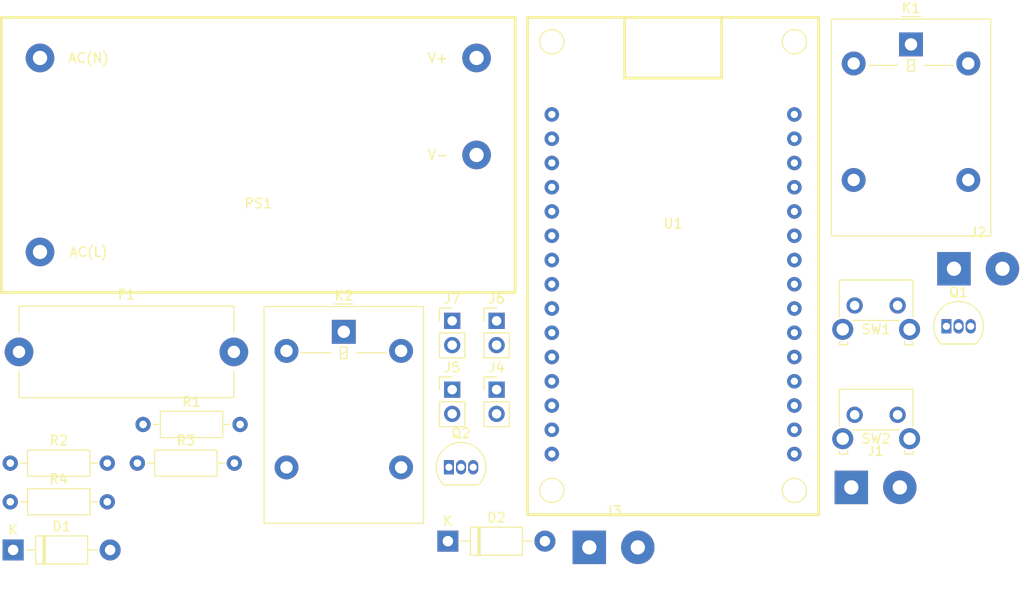
<source format=kicad_pcb>
(kicad_pcb (version 20171130) (host pcbnew 5.1.3-ffb9f22~84~ubuntu18.04.1)

  (general
    (thickness 1.6)
    (drawings 0)
    (tracks 0)
    (zones 0)
    (modules 22)
    (nets 43)
  )

  (page A4)
  (layers
    (0 F.Cu signal)
    (31 B.Cu signal)
    (32 B.Adhes user)
    (33 F.Adhes user)
    (34 B.Paste user)
    (35 F.Paste user)
    (36 B.SilkS user)
    (37 F.SilkS user)
    (38 B.Mask user)
    (39 F.Mask user)
    (40 Dwgs.User user)
    (41 Cmts.User user)
    (42 Eco1.User user)
    (43 Eco2.User user)
    (44 Edge.Cuts user)
    (45 Margin user)
    (46 B.CrtYd user)
    (47 F.CrtYd user)
    (48 B.Fab user)
    (49 F.Fab user)
  )

  (setup
    (last_trace_width 0.25)
    (trace_clearance 0.2)
    (zone_clearance 0.508)
    (zone_45_only no)
    (trace_min 0.2)
    (via_size 0.8)
    (via_drill 0.4)
    (via_min_size 0.4)
    (via_min_drill 0.3)
    (uvia_size 0.3)
    (uvia_drill 0.1)
    (uvias_allowed no)
    (uvia_min_size 0.2)
    (uvia_min_drill 0.1)
    (edge_width 0.05)
    (segment_width 0.2)
    (pcb_text_width 0.3)
    (pcb_text_size 1.5 1.5)
    (mod_edge_width 0.12)
    (mod_text_size 1 1)
    (mod_text_width 0.15)
    (pad_size 1.524 1.524)
    (pad_drill 0.762)
    (pad_to_mask_clearance 0.051)
    (solder_mask_min_width 0.25)
    (aux_axis_origin 0 0)
    (visible_elements FFFFFF7F)
    (pcbplotparams
      (layerselection 0x010fc_ffffffff)
      (usegerberextensions false)
      (usegerberattributes false)
      (usegerberadvancedattributes false)
      (creategerberjobfile false)
      (excludeedgelayer true)
      (linewidth 0.100000)
      (plotframeref false)
      (viasonmask false)
      (mode 1)
      (useauxorigin false)
      (hpglpennumber 1)
      (hpglpenspeed 20)
      (hpglpendiameter 15.000000)
      (psnegative false)
      (psa4output false)
      (plotreference true)
      (plotvalue true)
      (plotinvisibletext false)
      (padsonsilk false)
      (subtractmaskfromsilk false)
      (outputformat 1)
      (mirror false)
      (drillshape 1)
      (scaleselection 1)
      (outputdirectory ""))
  )

  (net 0 "")
  (net 1 "Net-(D1-Pad2)")
  (net 2 +9V)
  (net 3 "Net-(D2-Pad2)")
  (net 4 Line)
  (net 5 "Net-(F1-Pad2)")
  (net 6 "Net-(J1-Pad1)")
  (net 7 Neutral)
  (net 8 "Net-(J3-Pad1)")
  (net 9 GND)
  (net 10 Input1)
  (net 11 Input2)
  (net 12 "Net-(J6-Pad1)")
  (net 13 "Net-(J7-Pad1)")
  (net 14 "Net-(K1-Pad4)")
  (net 15 "Net-(K2-Pad4)")
  (net 16 "Net-(Q1-Pad2)")
  (net 17 "Net-(Q2-Pad2)")
  (net 18 Relay2)
  (net 19 Relay1)
  (net 20 Ind1)
  (net 21 Ind2)
  (net 22 "Net-(U1-Pad1)")
  (net 23 "Net-(U1-Pad3)")
  (net 24 "Net-(U1-Pad4)")
  (net 25 "Net-(U1-Pad5)")
  (net 26 "Net-(U1-Pad10)")
  (net 27 "Net-(U1-Pad11)")
  (net 28 "Net-(U1-Pad12)")
  (net 29 "Net-(U1-Pad13)")
  (net 30 "Net-(U1-Pad14)")
  (net 31 "Net-(U1-Pad15)")
  (net 32 "Net-(U1-Pad16)")
  (net 33 "Net-(U1-Pad17)")
  (net 34 "Net-(U1-Pad18)")
  (net 35 "Net-(U1-Pad19)")
  (net 36 "Net-(U1-Pad20)")
  (net 37 "Net-(U1-Pad21)")
  (net 38 "Net-(U1-Pad22)")
  (net 39 "Net-(U1-Pad23)")
  (net 40 "Net-(U1-Pad24)")
  (net 41 "Net-(U1-Pad25)")
  (net 42 "Net-(U1-Pad26)")

  (net_class Default "This is the default net class."
    (clearance 0.2)
    (trace_width 0.25)
    (via_dia 0.8)
    (via_drill 0.4)
    (uvia_dia 0.3)
    (uvia_drill 0.1)
    (add_net +9V)
    (add_net GND)
    (add_net Ind1)
    (add_net Ind2)
    (add_net Input1)
    (add_net Input2)
    (add_net Line)
    (add_net "Net-(D1-Pad2)")
    (add_net "Net-(D2-Pad2)")
    (add_net "Net-(F1-Pad2)")
    (add_net "Net-(J1-Pad1)")
    (add_net "Net-(J3-Pad1)")
    (add_net "Net-(J6-Pad1)")
    (add_net "Net-(J7-Pad1)")
    (add_net "Net-(K1-Pad4)")
    (add_net "Net-(K2-Pad4)")
    (add_net "Net-(Q1-Pad2)")
    (add_net "Net-(Q2-Pad2)")
    (add_net "Net-(U1-Pad1)")
    (add_net "Net-(U1-Pad10)")
    (add_net "Net-(U1-Pad11)")
    (add_net "Net-(U1-Pad12)")
    (add_net "Net-(U1-Pad13)")
    (add_net "Net-(U1-Pad14)")
    (add_net "Net-(U1-Pad15)")
    (add_net "Net-(U1-Pad16)")
    (add_net "Net-(U1-Pad17)")
    (add_net "Net-(U1-Pad18)")
    (add_net "Net-(U1-Pad19)")
    (add_net "Net-(U1-Pad20)")
    (add_net "Net-(U1-Pad21)")
    (add_net "Net-(U1-Pad22)")
    (add_net "Net-(U1-Pad23)")
    (add_net "Net-(U1-Pad24)")
    (add_net "Net-(U1-Pad25)")
    (add_net "Net-(U1-Pad26)")
    (add_net "Net-(U1-Pad3)")
    (add_net "Net-(U1-Pad4)")
    (add_net "Net-(U1-Pad5)")
    (add_net Neutral)
    (add_net Relay1)
    (add_net Relay2)
  )

  (module Diode_THT:D_DO-41_SOD81_P10.16mm_Horizontal (layer F.Cu) (tedit 5AE50CD5) (tstamp 5D4BD98D)
    (at 106.277001 130.845001)
    (descr "Diode, DO-41_SOD81 series, Axial, Horizontal, pin pitch=10.16mm, , length*diameter=5.2*2.7mm^2, , http://www.diodes.com/_files/packages/DO-41%20(Plastic).pdf")
    (tags "Diode DO-41_SOD81 series Axial Horizontal pin pitch 10.16mm  length 5.2mm diameter 2.7mm")
    (path /5D43C336)
    (fp_text reference D1 (at 5.08 -2.47) (layer F.SilkS)
      (effects (font (size 1 1) (thickness 0.15)))
    )
    (fp_text value D (at 5.08 2.47) (layer F.Fab)
      (effects (font (size 1 1) (thickness 0.15)))
    )
    (fp_text user K (at 0 -2.1) (layer F.SilkS)
      (effects (font (size 1 1) (thickness 0.15)))
    )
    (fp_text user K (at 0 -2.1) (layer F.Fab)
      (effects (font (size 1 1) (thickness 0.15)))
    )
    (fp_text user %R (at 5.47 0) (layer F.Fab)
      (effects (font (size 1 1) (thickness 0.15)))
    )
    (fp_line (start 11.51 -1.6) (end -1.35 -1.6) (layer F.CrtYd) (width 0.05))
    (fp_line (start 11.51 1.6) (end 11.51 -1.6) (layer F.CrtYd) (width 0.05))
    (fp_line (start -1.35 1.6) (end 11.51 1.6) (layer F.CrtYd) (width 0.05))
    (fp_line (start -1.35 -1.6) (end -1.35 1.6) (layer F.CrtYd) (width 0.05))
    (fp_line (start 3.14 -1.47) (end 3.14 1.47) (layer F.SilkS) (width 0.12))
    (fp_line (start 3.38 -1.47) (end 3.38 1.47) (layer F.SilkS) (width 0.12))
    (fp_line (start 3.26 -1.47) (end 3.26 1.47) (layer F.SilkS) (width 0.12))
    (fp_line (start 8.82 0) (end 7.8 0) (layer F.SilkS) (width 0.12))
    (fp_line (start 1.34 0) (end 2.36 0) (layer F.SilkS) (width 0.12))
    (fp_line (start 7.8 -1.47) (end 2.36 -1.47) (layer F.SilkS) (width 0.12))
    (fp_line (start 7.8 1.47) (end 7.8 -1.47) (layer F.SilkS) (width 0.12))
    (fp_line (start 2.36 1.47) (end 7.8 1.47) (layer F.SilkS) (width 0.12))
    (fp_line (start 2.36 -1.47) (end 2.36 1.47) (layer F.SilkS) (width 0.12))
    (fp_line (start 3.16 -1.35) (end 3.16 1.35) (layer F.Fab) (width 0.1))
    (fp_line (start 3.36 -1.35) (end 3.36 1.35) (layer F.Fab) (width 0.1))
    (fp_line (start 3.26 -1.35) (end 3.26 1.35) (layer F.Fab) (width 0.1))
    (fp_line (start 10.16 0) (end 7.68 0) (layer F.Fab) (width 0.1))
    (fp_line (start 0 0) (end 2.48 0) (layer F.Fab) (width 0.1))
    (fp_line (start 7.68 -1.35) (end 2.48 -1.35) (layer F.Fab) (width 0.1))
    (fp_line (start 7.68 1.35) (end 7.68 -1.35) (layer F.Fab) (width 0.1))
    (fp_line (start 2.48 1.35) (end 7.68 1.35) (layer F.Fab) (width 0.1))
    (fp_line (start 2.48 -1.35) (end 2.48 1.35) (layer F.Fab) (width 0.1))
    (pad 2 thru_hole oval (at 10.16 0) (size 2.2 2.2) (drill 1.1) (layers *.Cu *.Mask)
      (net 1 "Net-(D1-Pad2)"))
    (pad 1 thru_hole rect (at 0 0) (size 2.2 2.2) (drill 1.1) (layers *.Cu *.Mask)
      (net 2 +9V))
    (model ${KISYS3DMOD}/Diode_THT.3dshapes/D_DO-41_SOD81_P10.16mm_Horizontal.wrl
      (at (xyz 0 0 0))
      (scale (xyz 1 1 1))
      (rotate (xyz 0 0 0))
    )
  )

  (module Diode_THT:D_DO-41_SOD81_P10.16mm_Horizontal (layer F.Cu) (tedit 5AE50CD5) (tstamp 5D4BD9AC)
    (at 151.807001 129.925001)
    (descr "Diode, DO-41_SOD81 series, Axial, Horizontal, pin pitch=10.16mm, , length*diameter=5.2*2.7mm^2, , http://www.diodes.com/_files/packages/DO-41%20(Plastic).pdf")
    (tags "Diode DO-41_SOD81 series Axial Horizontal pin pitch 10.16mm  length 5.2mm diameter 2.7mm")
    (path /5D43BE70)
    (fp_text reference D2 (at 5.08 -2.47) (layer F.SilkS)
      (effects (font (size 1 1) (thickness 0.15)))
    )
    (fp_text value D (at 5.08 2.47) (layer F.Fab)
      (effects (font (size 1 1) (thickness 0.15)))
    )
    (fp_line (start 2.48 -1.35) (end 2.48 1.35) (layer F.Fab) (width 0.1))
    (fp_line (start 2.48 1.35) (end 7.68 1.35) (layer F.Fab) (width 0.1))
    (fp_line (start 7.68 1.35) (end 7.68 -1.35) (layer F.Fab) (width 0.1))
    (fp_line (start 7.68 -1.35) (end 2.48 -1.35) (layer F.Fab) (width 0.1))
    (fp_line (start 0 0) (end 2.48 0) (layer F.Fab) (width 0.1))
    (fp_line (start 10.16 0) (end 7.68 0) (layer F.Fab) (width 0.1))
    (fp_line (start 3.26 -1.35) (end 3.26 1.35) (layer F.Fab) (width 0.1))
    (fp_line (start 3.36 -1.35) (end 3.36 1.35) (layer F.Fab) (width 0.1))
    (fp_line (start 3.16 -1.35) (end 3.16 1.35) (layer F.Fab) (width 0.1))
    (fp_line (start 2.36 -1.47) (end 2.36 1.47) (layer F.SilkS) (width 0.12))
    (fp_line (start 2.36 1.47) (end 7.8 1.47) (layer F.SilkS) (width 0.12))
    (fp_line (start 7.8 1.47) (end 7.8 -1.47) (layer F.SilkS) (width 0.12))
    (fp_line (start 7.8 -1.47) (end 2.36 -1.47) (layer F.SilkS) (width 0.12))
    (fp_line (start 1.34 0) (end 2.36 0) (layer F.SilkS) (width 0.12))
    (fp_line (start 8.82 0) (end 7.8 0) (layer F.SilkS) (width 0.12))
    (fp_line (start 3.26 -1.47) (end 3.26 1.47) (layer F.SilkS) (width 0.12))
    (fp_line (start 3.38 -1.47) (end 3.38 1.47) (layer F.SilkS) (width 0.12))
    (fp_line (start 3.14 -1.47) (end 3.14 1.47) (layer F.SilkS) (width 0.12))
    (fp_line (start -1.35 -1.6) (end -1.35 1.6) (layer F.CrtYd) (width 0.05))
    (fp_line (start -1.35 1.6) (end 11.51 1.6) (layer F.CrtYd) (width 0.05))
    (fp_line (start 11.51 1.6) (end 11.51 -1.6) (layer F.CrtYd) (width 0.05))
    (fp_line (start 11.51 -1.6) (end -1.35 -1.6) (layer F.CrtYd) (width 0.05))
    (fp_text user %R (at 5.47 0) (layer F.Fab)
      (effects (font (size 1 1) (thickness 0.15)))
    )
    (fp_text user K (at 0 -2.1) (layer F.Fab)
      (effects (font (size 1 1) (thickness 0.15)))
    )
    (fp_text user K (at 0 -2.1) (layer F.SilkS)
      (effects (font (size 1 1) (thickness 0.15)))
    )
    (pad 1 thru_hole rect (at 0 0) (size 2.2 2.2) (drill 1.1) (layers *.Cu *.Mask)
      (net 2 +9V))
    (pad 2 thru_hole oval (at 10.16 0) (size 2.2 2.2) (drill 1.1) (layers *.Cu *.Mask)
      (net 3 "Net-(D2-Pad2)"))
    (model ${KISYS3DMOD}/Diode_THT.3dshapes/D_DO-41_SOD81_P10.16mm_Horizontal.wrl
      (at (xyz 0 0 0))
      (scale (xyz 1 1 1))
      (rotate (xyz 0 0 0))
    )
  )

  (module Fuse:Fuseholder_Cylinder-5x20mm_Schurter_0031_8201_Horizontal_Open (layer F.Cu) (tedit 5C39E22F) (tstamp 5D4BD9C6)
    (at 106.892961 110.105001)
    (descr "Fuseholder horizontal open 5x20 Schurter 0031.8201, https://www.schurter.com/en/datasheet/typ_OGN.pdf")
    (tags "Fuseholder horizontal open 5x20 Schurter 0031.8201")
    (path /5D443135)
    (fp_text reference F1 (at 11.25 -6) (layer F.SilkS)
      (effects (font (size 1 1) (thickness 0.15)))
    )
    (fp_text value Fuse (at 11.25 6) (layer F.Fab)
      (effects (font (size 1 1) (thickness 0.15)))
    )
    (fp_text user %R (at 11.25 4) (layer F.Fab)
      (effects (font (size 1 1) (thickness 0.15)))
    )
    (fp_line (start 0.1 -4.7) (end 0.1 4.7) (layer F.Fab) (width 0.1))
    (fp_line (start 0.1 4.7) (end 22.4 4.7) (layer F.Fab) (width 0.1))
    (fp_line (start 22.4 4.7) (end 22.4 -4.7) (layer F.Fab) (width 0.1))
    (fp_line (start 22.4 -4.7) (end 0.1 -4.7) (layer F.Fab) (width 0.1))
    (fp_line (start -0.25 5.05) (end -0.25 1.95) (layer F.CrtYd) (width 0.05))
    (fp_line (start 22.5 4.8) (end 22.5 2) (layer F.SilkS) (width 0.12))
    (fp_line (start 22.5 -2) (end 22.5 -4.8) (layer F.SilkS) (width 0.12))
    (fp_line (start 0 -2) (end 0 -4.8) (layer F.SilkS) (width 0.12))
    (fp_line (start 0 -4.8) (end 22.5 -4.8) (layer F.SilkS) (width 0.12))
    (fp_line (start 22.75 5.05) (end -0.25 5.05) (layer F.CrtYd) (width 0.05))
    (fp_line (start -0.25 -5.05) (end 22.75 -5.05) (layer F.CrtYd) (width 0.05))
    (fp_line (start 0 4.8) (end 22.5 4.8) (layer F.SilkS) (width 0.12))
    (fp_line (start -0.25 -1.95) (end -0.25 -5.05) (layer F.CrtYd) (width 0.05))
    (fp_line (start 22.75 -1.95) (end 22.75 -5.05) (layer F.CrtYd) (width 0.05))
    (fp_line (start 22.75 1.95) (end 22.75 5.05) (layer F.CrtYd) (width 0.05))
    (fp_line (start 0 4.8) (end 0 2) (layer F.SilkS) (width 0.12))
    (fp_arc (start 22.5 0) (end 22.75 -1.95) (angle 165.3) (layer F.CrtYd) (width 0.05))
    (fp_arc (start 0 0) (end -0.25 1.95) (angle 165.3) (layer F.CrtYd) (width 0.05))
    (pad 1 thru_hole circle (at 0 0) (size 3 3) (drill 1.3) (layers *.Cu *.Mask)
      (net 4 Line))
    (pad 2 thru_hole circle (at 22.5 0) (size 3 3) (drill 1.3) (layers *.Cu *.Mask)
      (net 5 "Net-(F1-Pad2)"))
    (pad "" np_thru_hole circle (at 11.25 0) (size 2.7 2.7) (drill 2.7) (layers *.Cu *.Mask))
    (model ${KISYS3DMOD}/Fuse.3dshapes/Fuseholder_Cylinder-5x20mm_Schurter_0031_8201_Horizontal_Open.wrl
      (at (xyz 0 0 0))
      (scale (xyz 1 1 1))
      (rotate (xyz 0 0 0))
    )
  )

  (module Connector_Wire:SolderWirePad_1x02_P5.08mm_Drill1.5mm (layer F.Cu) (tedit 5AEE5F19) (tstamp 5D4BD9D1)
    (at 194.057001 124.295001)
    (descr "Wire solder connection")
    (tags connector)
    (path /5D43822B)
    (attr virtual)
    (fp_text reference J1 (at 2.54 -3.81) (layer F.SilkS)
      (effects (font (size 1 1) (thickness 0.15)))
    )
    (fp_text value Conn_01x02 (at 2.54 3.81) (layer F.Fab)
      (effects (font (size 1 1) (thickness 0.15)))
    )
    (fp_text user %R (at 2.54 0) (layer F.Fab)
      (effects (font (size 1 1) (thickness 0.15)))
    )
    (fp_line (start -2.25 -2.25) (end 7.33 -2.25) (layer F.CrtYd) (width 0.05))
    (fp_line (start -2.25 -2.25) (end -2.25 2.25) (layer F.CrtYd) (width 0.05))
    (fp_line (start 7.33 2.25) (end 7.33 -2.25) (layer F.CrtYd) (width 0.05))
    (fp_line (start 7.33 2.25) (end -2.25 2.25) (layer F.CrtYd) (width 0.05))
    (pad 1 thru_hole rect (at 0 0) (size 3.50012 3.50012) (drill 1.50114) (layers *.Cu *.Mask)
      (net 6 "Net-(J1-Pad1)"))
    (pad 2 thru_hole circle (at 5.08 0) (size 3.50012 3.50012) (drill 1.50114) (layers *.Cu *.Mask)
      (net 7 Neutral))
  )

  (module Connector_Wire:SolderWirePad_1x02_P5.08mm_Drill1.5mm (layer F.Cu) (tedit 5AEE5F19) (tstamp 5D4BD9DC)
    (at 204.807001 101.395001)
    (descr "Wire solder connection")
    (tags connector)
    (path /5D437819)
    (attr virtual)
    (fp_text reference J2 (at 2.54 -3.81) (layer F.SilkS)
      (effects (font (size 1 1) (thickness 0.15)))
    )
    (fp_text value Conn_01x02 (at 2.54 3.81) (layer F.Fab)
      (effects (font (size 1 1) (thickness 0.15)))
    )
    (fp_text user %R (at 2.54 0) (layer F.Fab)
      (effects (font (size 1 1) (thickness 0.15)))
    )
    (fp_line (start -2.25 -2.25) (end 7.33 -2.25) (layer F.CrtYd) (width 0.05))
    (fp_line (start -2.25 -2.25) (end -2.25 2.25) (layer F.CrtYd) (width 0.05))
    (fp_line (start 7.33 2.25) (end 7.33 -2.25) (layer F.CrtYd) (width 0.05))
    (fp_line (start 7.33 2.25) (end -2.25 2.25) (layer F.CrtYd) (width 0.05))
    (pad 1 thru_hole rect (at 0 0) (size 3.50012 3.50012) (drill 1.50114) (layers *.Cu *.Mask)
      (net 5 "Net-(F1-Pad2)"))
    (pad 2 thru_hole circle (at 5.08 0) (size 3.50012 3.50012) (drill 1.50114) (layers *.Cu *.Mask)
      (net 7 Neutral))
  )

  (module Connector_Wire:SolderWirePad_1x02_P5.08mm_Drill1.5mm (layer F.Cu) (tedit 5AEE5F19) (tstamp 5D4BD9E7)
    (at 166.617001 130.575001)
    (descr "Wire solder connection")
    (tags connector)
    (path /5D437EC0)
    (attr virtual)
    (fp_text reference J3 (at 2.54 -3.81) (layer F.SilkS)
      (effects (font (size 1 1) (thickness 0.15)))
    )
    (fp_text value Conn_01x02 (at 2.54 3.81) (layer F.Fab)
      (effects (font (size 1 1) (thickness 0.15)))
    )
    (fp_line (start 7.33 2.25) (end -2.25 2.25) (layer F.CrtYd) (width 0.05))
    (fp_line (start 7.33 2.25) (end 7.33 -2.25) (layer F.CrtYd) (width 0.05))
    (fp_line (start -2.25 -2.25) (end -2.25 2.25) (layer F.CrtYd) (width 0.05))
    (fp_line (start -2.25 -2.25) (end 7.33 -2.25) (layer F.CrtYd) (width 0.05))
    (fp_text user %R (at 2.54 0) (layer F.Fab)
      (effects (font (size 1 1) (thickness 0.15)))
    )
    (pad 2 thru_hole circle (at 5.08 0) (size 3.50012 3.50012) (drill 1.50114) (layers *.Cu *.Mask)
      (net 7 Neutral))
    (pad 1 thru_hole rect (at 0 0) (size 3.50012 3.50012) (drill 1.50114) (layers *.Cu *.Mask)
      (net 8 "Net-(J3-Pad1)"))
  )

  (module Connector_PinHeader_2.54mm:PinHeader_1x02_P2.54mm_Vertical (layer F.Cu) (tedit 59FED5CC) (tstamp 5D4BD9FD)
    (at 156.907001 114.055001)
    (descr "Through hole straight pin header, 1x02, 2.54mm pitch, single row")
    (tags "Through hole pin header THT 1x02 2.54mm single row")
    (path /5D438DEE)
    (fp_text reference J4 (at 0 -2.33) (layer F.SilkS)
      (effects (font (size 1 1) (thickness 0.15)))
    )
    (fp_text value Conn_01x02 (at 0 4.87) (layer F.Fab)
      (effects (font (size 1 1) (thickness 0.15)))
    )
    (fp_text user %R (at 0 1.27 90) (layer F.Fab)
      (effects (font (size 1 1) (thickness 0.15)))
    )
    (fp_line (start 1.8 -1.8) (end -1.8 -1.8) (layer F.CrtYd) (width 0.05))
    (fp_line (start 1.8 4.35) (end 1.8 -1.8) (layer F.CrtYd) (width 0.05))
    (fp_line (start -1.8 4.35) (end 1.8 4.35) (layer F.CrtYd) (width 0.05))
    (fp_line (start -1.8 -1.8) (end -1.8 4.35) (layer F.CrtYd) (width 0.05))
    (fp_line (start -1.33 -1.33) (end 0 -1.33) (layer F.SilkS) (width 0.12))
    (fp_line (start -1.33 0) (end -1.33 -1.33) (layer F.SilkS) (width 0.12))
    (fp_line (start -1.33 1.27) (end 1.33 1.27) (layer F.SilkS) (width 0.12))
    (fp_line (start 1.33 1.27) (end 1.33 3.87) (layer F.SilkS) (width 0.12))
    (fp_line (start -1.33 1.27) (end -1.33 3.87) (layer F.SilkS) (width 0.12))
    (fp_line (start -1.33 3.87) (end 1.33 3.87) (layer F.SilkS) (width 0.12))
    (fp_line (start -1.27 -0.635) (end -0.635 -1.27) (layer F.Fab) (width 0.1))
    (fp_line (start -1.27 3.81) (end -1.27 -0.635) (layer F.Fab) (width 0.1))
    (fp_line (start 1.27 3.81) (end -1.27 3.81) (layer F.Fab) (width 0.1))
    (fp_line (start 1.27 -1.27) (end 1.27 3.81) (layer F.Fab) (width 0.1))
    (fp_line (start -0.635 -1.27) (end 1.27 -1.27) (layer F.Fab) (width 0.1))
    (pad 2 thru_hole oval (at 0 2.54) (size 1.7 1.7) (drill 1) (layers *.Cu *.Mask)
      (net 9 GND))
    (pad 1 thru_hole rect (at 0 0) (size 1.7 1.7) (drill 1) (layers *.Cu *.Mask)
      (net 10 Input1))
    (model ${KISYS3DMOD}/Connector_PinHeader_2.54mm.3dshapes/PinHeader_1x02_P2.54mm_Vertical.wrl
      (at (xyz 0 0 0))
      (scale (xyz 1 1 1))
      (rotate (xyz 0 0 0))
    )
  )

  (module Connector_PinHeader_2.54mm:PinHeader_1x02_P2.54mm_Vertical (layer F.Cu) (tedit 59FED5CC) (tstamp 5D4BDA13)
    (at 152.257001 114.055001)
    (descr "Through hole straight pin header, 1x02, 2.54mm pitch, single row")
    (tags "Through hole pin header THT 1x02 2.54mm single row")
    (path /5D439518)
    (fp_text reference J5 (at 0 -2.33) (layer F.SilkS)
      (effects (font (size 1 1) (thickness 0.15)))
    )
    (fp_text value Conn_01x02 (at 0 4.87) (layer F.Fab)
      (effects (font (size 1 1) (thickness 0.15)))
    )
    (fp_line (start -0.635 -1.27) (end 1.27 -1.27) (layer F.Fab) (width 0.1))
    (fp_line (start 1.27 -1.27) (end 1.27 3.81) (layer F.Fab) (width 0.1))
    (fp_line (start 1.27 3.81) (end -1.27 3.81) (layer F.Fab) (width 0.1))
    (fp_line (start -1.27 3.81) (end -1.27 -0.635) (layer F.Fab) (width 0.1))
    (fp_line (start -1.27 -0.635) (end -0.635 -1.27) (layer F.Fab) (width 0.1))
    (fp_line (start -1.33 3.87) (end 1.33 3.87) (layer F.SilkS) (width 0.12))
    (fp_line (start -1.33 1.27) (end -1.33 3.87) (layer F.SilkS) (width 0.12))
    (fp_line (start 1.33 1.27) (end 1.33 3.87) (layer F.SilkS) (width 0.12))
    (fp_line (start -1.33 1.27) (end 1.33 1.27) (layer F.SilkS) (width 0.12))
    (fp_line (start -1.33 0) (end -1.33 -1.33) (layer F.SilkS) (width 0.12))
    (fp_line (start -1.33 -1.33) (end 0 -1.33) (layer F.SilkS) (width 0.12))
    (fp_line (start -1.8 -1.8) (end -1.8 4.35) (layer F.CrtYd) (width 0.05))
    (fp_line (start -1.8 4.35) (end 1.8 4.35) (layer F.CrtYd) (width 0.05))
    (fp_line (start 1.8 4.35) (end 1.8 -1.8) (layer F.CrtYd) (width 0.05))
    (fp_line (start 1.8 -1.8) (end -1.8 -1.8) (layer F.CrtYd) (width 0.05))
    (fp_text user %R (at 0 1.27 90) (layer F.Fab)
      (effects (font (size 1 1) (thickness 0.15)))
    )
    (pad 1 thru_hole rect (at 0 0) (size 1.7 1.7) (drill 1) (layers *.Cu *.Mask)
      (net 11 Input2))
    (pad 2 thru_hole oval (at 0 2.54) (size 1.7 1.7) (drill 1) (layers *.Cu *.Mask)
      (net 9 GND))
    (model ${KISYS3DMOD}/Connector_PinHeader_2.54mm.3dshapes/PinHeader_1x02_P2.54mm_Vertical.wrl
      (at (xyz 0 0 0))
      (scale (xyz 1 1 1))
      (rotate (xyz 0 0 0))
    )
  )

  (module Connector_PinHeader_2.54mm:PinHeader_1x02_P2.54mm_Vertical (layer F.Cu) (tedit 59FED5CC) (tstamp 5D4BDA29)
    (at 156.907001 106.855001)
    (descr "Through hole straight pin header, 1x02, 2.54mm pitch, single row")
    (tags "Through hole pin header THT 1x02 2.54mm single row")
    (path /5D438551)
    (fp_text reference J6 (at 0 -2.33) (layer F.SilkS)
      (effects (font (size 1 1) (thickness 0.15)))
    )
    (fp_text value Conn_01x02 (at 0 4.87) (layer F.Fab)
      (effects (font (size 1 1) (thickness 0.15)))
    )
    (fp_text user %R (at 0 1.27 90) (layer F.Fab)
      (effects (font (size 1 1) (thickness 0.15)))
    )
    (fp_line (start 1.8 -1.8) (end -1.8 -1.8) (layer F.CrtYd) (width 0.05))
    (fp_line (start 1.8 4.35) (end 1.8 -1.8) (layer F.CrtYd) (width 0.05))
    (fp_line (start -1.8 4.35) (end 1.8 4.35) (layer F.CrtYd) (width 0.05))
    (fp_line (start -1.8 -1.8) (end -1.8 4.35) (layer F.CrtYd) (width 0.05))
    (fp_line (start -1.33 -1.33) (end 0 -1.33) (layer F.SilkS) (width 0.12))
    (fp_line (start -1.33 0) (end -1.33 -1.33) (layer F.SilkS) (width 0.12))
    (fp_line (start -1.33 1.27) (end 1.33 1.27) (layer F.SilkS) (width 0.12))
    (fp_line (start 1.33 1.27) (end 1.33 3.87) (layer F.SilkS) (width 0.12))
    (fp_line (start -1.33 1.27) (end -1.33 3.87) (layer F.SilkS) (width 0.12))
    (fp_line (start -1.33 3.87) (end 1.33 3.87) (layer F.SilkS) (width 0.12))
    (fp_line (start -1.27 -0.635) (end -0.635 -1.27) (layer F.Fab) (width 0.1))
    (fp_line (start -1.27 3.81) (end -1.27 -0.635) (layer F.Fab) (width 0.1))
    (fp_line (start 1.27 3.81) (end -1.27 3.81) (layer F.Fab) (width 0.1))
    (fp_line (start 1.27 -1.27) (end 1.27 3.81) (layer F.Fab) (width 0.1))
    (fp_line (start -0.635 -1.27) (end 1.27 -1.27) (layer F.Fab) (width 0.1))
    (pad 2 thru_hole oval (at 0 2.54) (size 1.7 1.7) (drill 1) (layers *.Cu *.Mask)
      (net 9 GND))
    (pad 1 thru_hole rect (at 0 0) (size 1.7 1.7) (drill 1) (layers *.Cu *.Mask)
      (net 12 "Net-(J6-Pad1)"))
    (model ${KISYS3DMOD}/Connector_PinHeader_2.54mm.3dshapes/PinHeader_1x02_P2.54mm_Vertical.wrl
      (at (xyz 0 0 0))
      (scale (xyz 1 1 1))
      (rotate (xyz 0 0 0))
    )
  )

  (module Connector_PinHeader_2.54mm:PinHeader_1x02_P2.54mm_Vertical (layer F.Cu) (tedit 59FED5CC) (tstamp 5D4BDA3F)
    (at 152.257001 106.855001)
    (descr "Through hole straight pin header, 1x02, 2.54mm pitch, single row")
    (tags "Through hole pin header THT 1x02 2.54mm single row")
    (path /5D438A9E)
    (fp_text reference J7 (at 0 -2.33) (layer F.SilkS)
      (effects (font (size 1 1) (thickness 0.15)))
    )
    (fp_text value Conn_01x02 (at 0 4.87) (layer F.Fab)
      (effects (font (size 1 1) (thickness 0.15)))
    )
    (fp_line (start -0.635 -1.27) (end 1.27 -1.27) (layer F.Fab) (width 0.1))
    (fp_line (start 1.27 -1.27) (end 1.27 3.81) (layer F.Fab) (width 0.1))
    (fp_line (start 1.27 3.81) (end -1.27 3.81) (layer F.Fab) (width 0.1))
    (fp_line (start -1.27 3.81) (end -1.27 -0.635) (layer F.Fab) (width 0.1))
    (fp_line (start -1.27 -0.635) (end -0.635 -1.27) (layer F.Fab) (width 0.1))
    (fp_line (start -1.33 3.87) (end 1.33 3.87) (layer F.SilkS) (width 0.12))
    (fp_line (start -1.33 1.27) (end -1.33 3.87) (layer F.SilkS) (width 0.12))
    (fp_line (start 1.33 1.27) (end 1.33 3.87) (layer F.SilkS) (width 0.12))
    (fp_line (start -1.33 1.27) (end 1.33 1.27) (layer F.SilkS) (width 0.12))
    (fp_line (start -1.33 0) (end -1.33 -1.33) (layer F.SilkS) (width 0.12))
    (fp_line (start -1.33 -1.33) (end 0 -1.33) (layer F.SilkS) (width 0.12))
    (fp_line (start -1.8 -1.8) (end -1.8 4.35) (layer F.CrtYd) (width 0.05))
    (fp_line (start -1.8 4.35) (end 1.8 4.35) (layer F.CrtYd) (width 0.05))
    (fp_line (start 1.8 4.35) (end 1.8 -1.8) (layer F.CrtYd) (width 0.05))
    (fp_line (start 1.8 -1.8) (end -1.8 -1.8) (layer F.CrtYd) (width 0.05))
    (fp_text user %R (at 0 1.27 90) (layer F.Fab)
      (effects (font (size 1 1) (thickness 0.15)))
    )
    (pad 1 thru_hole rect (at 0 0) (size 1.7 1.7) (drill 1) (layers *.Cu *.Mask)
      (net 13 "Net-(J7-Pad1)"))
    (pad 2 thru_hole oval (at 0 2.54) (size 1.7 1.7) (drill 1) (layers *.Cu *.Mask)
      (net 9 GND))
    (model ${KISYS3DMOD}/Connector_PinHeader_2.54mm.3dshapes/PinHeader_1x02_P2.54mm_Vertical.wrl
      (at (xyz 0 0 0))
      (scale (xyz 1 1 1))
      (rotate (xyz 0 0 0))
    )
  )

  (module Relay_THT:Relay_SPDT_Omron-G5LE-1 (layer F.Cu) (tedit 5AE38B37) (tstamp 5D4BDA61)
    (at 200.307001 77.900001)
    (descr "Omron Relay SPDT, http://www.omron.com/ecb/products/pdf/en-g5le.pdf")
    (tags "Omron Relay SPDT")
    (path /5D43B6DB)
    (fp_text reference K1 (at 0 -3.8) (layer F.SilkS)
      (effects (font (size 1 1) (thickness 0.15)))
    )
    (fp_text value G5LE-1 (at 0 20.95) (layer F.Fab)
      (effects (font (size 1 1) (thickness 0.15)))
    )
    (fp_text user %R (at 0 8.7) (layer F.Fab)
      (effects (font (size 1 1) (thickness 0.15)))
    )
    (fp_line (start -8.5 20.2) (end 8.5 20.2) (layer F.CrtYd) (width 0.05))
    (fp_line (start -8.5 -2.8) (end -8.5 20.2) (layer F.CrtYd) (width 0.05))
    (fp_line (start 8.5 -2.8) (end -8.5 -2.8) (layer F.CrtYd) (width 0.05))
    (fp_line (start 8.5 20.2) (end 8.5 -2.8) (layer F.CrtYd) (width 0.05))
    (fp_line (start 1.35 2.2) (end 4.5 2.2) (layer F.SilkS) (width 0.12))
    (fp_line (start -4.5 2.2) (end -1.35 2.2) (layer F.SilkS) (width 0.12))
    (fp_line (start -1 -2.91) (end 1 -2.91) (layer F.SilkS) (width 0.12))
    (fp_line (start -0.35 2.8) (end 0.35 2.8) (layer F.SilkS) (width 0.12))
    (fp_line (start -0.35 1.6) (end -0.35 2.8) (layer F.SilkS) (width 0.12))
    (fp_line (start 0.35 1.6) (end -0.35 1.6) (layer F.SilkS) (width 0.12))
    (fp_line (start 0.35 2.8) (end 0.35 1.6) (layer F.SilkS) (width 0.12))
    (fp_line (start -0.35 2.4) (end 0.35 2) (layer F.SilkS) (width 0.12))
    (fp_line (start -8.35 20.05) (end 8.35 20.05) (layer F.SilkS) (width 0.12))
    (fp_line (start -8.35 -2.65) (end -8.35 20.05) (layer F.SilkS) (width 0.12))
    (fp_line (start 8.35 -2.65) (end -8.35 -2.65) (layer F.SilkS) (width 0.12))
    (fp_line (start 8.35 20.05) (end 8.35 -2.65) (layer F.SilkS) (width 0.12))
    (fp_line (start -4.5 2) (end 4.5 2) (layer F.Fab) (width 0.1))
    (fp_line (start -1 -2.55) (end 0 -1.55) (layer F.Fab) (width 0.1))
    (fp_line (start -8.25 -2.55) (end -1 -2.55) (layer F.Fab) (width 0.1))
    (fp_line (start -8.25 19.95) (end -8.25 -2.55) (layer F.Fab) (width 0.1))
    (fp_line (start 8.25 19.95) (end -8.25 19.95) (layer F.Fab) (width 0.1))
    (fp_line (start 8.25 -2.55) (end 8.25 19.95) (layer F.Fab) (width 0.1))
    (fp_line (start 1 -2.55) (end 8.25 -2.55) (layer F.Fab) (width 0.1))
    (fp_line (start 0 -1.55) (end 1 -2.55) (layer F.Fab) (width 0.1))
    (pad 5 thru_hole oval (at 6 2) (size 2.5 2.5) (drill 1.3) (layers *.Cu *.Mask)
      (net 2 +9V))
    (pad 4 thru_hole oval (at 6 14.2) (size 2.5 2.5) (drill 1.3) (layers *.Cu *.Mask)
      (net 14 "Net-(K1-Pad4)"))
    (pad 3 thru_hole oval (at -6 14.2) (size 2.5 2.5) (drill 1.3) (layers *.Cu *.Mask)
      (net 6 "Net-(J1-Pad1)"))
    (pad 2 thru_hole oval (at -6 2) (size 2.5 2.5) (drill 1.3) (layers *.Cu *.Mask)
      (net 1 "Net-(D1-Pad2)"))
    (pad 1 thru_hole rect (at 0 0) (size 2.5 2.5) (drill 1.3) (layers *.Cu *.Mask)
      (net 4 Line))
    (model ${KISYS3DMOD}/Relay_THT.3dshapes/Relay_SPDT_Omron-G5LE-1.wrl
      (at (xyz 0 0 0))
      (scale (xyz 1 1 1))
      (rotate (xyz 0 0 0))
    )
  )

  (module Relay_THT:Relay_SPDT_Omron-G5LE-1 (layer F.Cu) (tedit 5AE38B37) (tstamp 5D4BDA83)
    (at 140.907001 108.000001)
    (descr "Omron Relay SPDT, http://www.omron.com/ecb/products/pdf/en-g5le.pdf")
    (tags "Omron Relay SPDT")
    (path /5D43AAAB)
    (fp_text reference K2 (at 0 -3.8) (layer F.SilkS)
      (effects (font (size 1 1) (thickness 0.15)))
    )
    (fp_text value G5LE-1 (at 0 20.95) (layer F.Fab)
      (effects (font (size 1 1) (thickness 0.15)))
    )
    (fp_line (start 0 -1.55) (end 1 -2.55) (layer F.Fab) (width 0.1))
    (fp_line (start 1 -2.55) (end 8.25 -2.55) (layer F.Fab) (width 0.1))
    (fp_line (start 8.25 -2.55) (end 8.25 19.95) (layer F.Fab) (width 0.1))
    (fp_line (start 8.25 19.95) (end -8.25 19.95) (layer F.Fab) (width 0.1))
    (fp_line (start -8.25 19.95) (end -8.25 -2.55) (layer F.Fab) (width 0.1))
    (fp_line (start -8.25 -2.55) (end -1 -2.55) (layer F.Fab) (width 0.1))
    (fp_line (start -1 -2.55) (end 0 -1.55) (layer F.Fab) (width 0.1))
    (fp_line (start -4.5 2) (end 4.5 2) (layer F.Fab) (width 0.1))
    (fp_line (start 8.35 20.05) (end 8.35 -2.65) (layer F.SilkS) (width 0.12))
    (fp_line (start 8.35 -2.65) (end -8.35 -2.65) (layer F.SilkS) (width 0.12))
    (fp_line (start -8.35 -2.65) (end -8.35 20.05) (layer F.SilkS) (width 0.12))
    (fp_line (start -8.35 20.05) (end 8.35 20.05) (layer F.SilkS) (width 0.12))
    (fp_line (start -0.35 2.4) (end 0.35 2) (layer F.SilkS) (width 0.12))
    (fp_line (start 0.35 2.8) (end 0.35 1.6) (layer F.SilkS) (width 0.12))
    (fp_line (start 0.35 1.6) (end -0.35 1.6) (layer F.SilkS) (width 0.12))
    (fp_line (start -0.35 1.6) (end -0.35 2.8) (layer F.SilkS) (width 0.12))
    (fp_line (start -0.35 2.8) (end 0.35 2.8) (layer F.SilkS) (width 0.12))
    (fp_line (start -1 -2.91) (end 1 -2.91) (layer F.SilkS) (width 0.12))
    (fp_line (start -4.5 2.2) (end -1.35 2.2) (layer F.SilkS) (width 0.12))
    (fp_line (start 1.35 2.2) (end 4.5 2.2) (layer F.SilkS) (width 0.12))
    (fp_line (start 8.5 20.2) (end 8.5 -2.8) (layer F.CrtYd) (width 0.05))
    (fp_line (start 8.5 -2.8) (end -8.5 -2.8) (layer F.CrtYd) (width 0.05))
    (fp_line (start -8.5 -2.8) (end -8.5 20.2) (layer F.CrtYd) (width 0.05))
    (fp_line (start -8.5 20.2) (end 8.5 20.2) (layer F.CrtYd) (width 0.05))
    (fp_text user %R (at 0 8.7) (layer F.Fab)
      (effects (font (size 1 1) (thickness 0.15)))
    )
    (pad 1 thru_hole rect (at 0 0) (size 2.5 2.5) (drill 1.3) (layers *.Cu *.Mask)
      (net 4 Line))
    (pad 2 thru_hole oval (at -6 2) (size 2.5 2.5) (drill 1.3) (layers *.Cu *.Mask)
      (net 3 "Net-(D2-Pad2)"))
    (pad 3 thru_hole oval (at -6 14.2) (size 2.5 2.5) (drill 1.3) (layers *.Cu *.Mask)
      (net 8 "Net-(J3-Pad1)"))
    (pad 4 thru_hole oval (at 6 14.2) (size 2.5 2.5) (drill 1.3) (layers *.Cu *.Mask)
      (net 15 "Net-(K2-Pad4)"))
    (pad 5 thru_hole oval (at 6 2) (size 2.5 2.5) (drill 1.3) (layers *.Cu *.Mask)
      (net 2 +9V))
    (model ${KISYS3DMOD}/Relay_THT.3dshapes/Relay_SPDT_Omron-G5LE-1.wrl
      (at (xyz 0 0 0))
      (scale (xyz 1 1 1))
      (rotate (xyz 0 0 0))
    )
  )

  (module PowerSwitchClientBoard:PSK-S10C (layer F.Cu) (tedit 5D43A1F4) (tstamp 5D4BDA93)
    (at 131.952001 89.480001)
    (path /5D443724)
    (fp_text reference PS1 (at 0 5.08) (layer F.SilkS)
      (effects (font (size 1 1) (thickness 0.15)))
    )
    (fp_text value PSK-S10C (at 0 -3.556) (layer F.Fab)
      (effects (font (size 1 1) (thickness 0.15)))
    )
    (fp_line (start -26.9 -14.4) (end 26.9 -14.4) (layer F.SilkS) (width 0.3))
    (fp_line (start 26.9 -14.4) (end 26.9 14.4) (layer F.SilkS) (width 0.3))
    (fp_line (start 26.9 14.4) (end -26.9 14.4) (layer F.SilkS) (width 0.3))
    (fp_line (start -26.9 14.4) (end -26.9 -14.4) (layer F.SilkS) (width 0.3))
    (fp_text user "AC(N)" (at -17.78 -10.16) (layer F.SilkS)
      (effects (font (size 1 1) (thickness 0.15)))
    )
    (fp_text user "AC(L)" (at -17.78 10.16) (layer F.SilkS)
      (effects (font (size 1 1) (thickness 0.15)))
    )
    (fp_text user V- (at 18.796 0) (layer F.SilkS)
      (effects (font (size 1 1) (thickness 0.15)))
    )
    (fp_text user V+ (at 18.796 -10.16) (layer F.SilkS)
      (effects (font (size 1 1) (thickness 0.15)))
    )
    (pad 1 thru_hole circle (at -22.86 -10.16) (size 3 3) (drill 1.5) (layers *.Cu *.Mask)
      (net 7 Neutral))
    (pad 2 thru_hole circle (at -22.86 10.16) (size 3 3) (drill 1.5) (layers *.Cu *.Mask)
      (net 4 Line))
    (pad 3 thru_hole circle (at 22.86 0) (size 3 3) (drill 1.5) (layers *.Cu *.Mask)
      (net 9 GND))
    (pad 4 thru_hole circle (at 22.86 -10.16) (size 3 3) (drill 1.5) (layers *.Cu *.Mask)
      (net 2 +9V))
  )

  (module Package_TO_SOT_THT:TO-92_Inline (layer F.Cu) (tedit 5A1DD157) (tstamp 5D4BDAA5)
    (at 204.017001 107.425001)
    (descr "TO-92 leads in-line, narrow, oval pads, drill 0.75mm (see NXP sot054_po.pdf)")
    (tags "to-92 sc-43 sc-43a sot54 PA33 transistor")
    (path /5D43CA00)
    (fp_text reference Q1 (at 1.27 -3.56) (layer F.SilkS)
      (effects (font (size 1 1) (thickness 0.15)))
    )
    (fp_text value Q_NPN_EBC (at 1.27 2.79) (layer F.Fab)
      (effects (font (size 1 1) (thickness 0.15)))
    )
    (fp_arc (start 1.27 0) (end 1.27 -2.6) (angle 135) (layer F.SilkS) (width 0.12))
    (fp_arc (start 1.27 0) (end 1.27 -2.48) (angle -135) (layer F.Fab) (width 0.1))
    (fp_arc (start 1.27 0) (end 1.27 -2.6) (angle -135) (layer F.SilkS) (width 0.12))
    (fp_arc (start 1.27 0) (end 1.27 -2.48) (angle 135) (layer F.Fab) (width 0.1))
    (fp_line (start 4 2.01) (end -1.46 2.01) (layer F.CrtYd) (width 0.05))
    (fp_line (start 4 2.01) (end 4 -2.73) (layer F.CrtYd) (width 0.05))
    (fp_line (start -1.46 -2.73) (end -1.46 2.01) (layer F.CrtYd) (width 0.05))
    (fp_line (start -1.46 -2.73) (end 4 -2.73) (layer F.CrtYd) (width 0.05))
    (fp_line (start -0.5 1.75) (end 3 1.75) (layer F.Fab) (width 0.1))
    (fp_line (start -0.53 1.85) (end 3.07 1.85) (layer F.SilkS) (width 0.12))
    (fp_text user %R (at 1.27 -3.56) (layer F.Fab)
      (effects (font (size 1 1) (thickness 0.15)))
    )
    (pad 1 thru_hole rect (at 0 0) (size 1.05 1.5) (drill 0.75) (layers *.Cu *.Mask)
      (net 9 GND))
    (pad 3 thru_hole oval (at 2.54 0) (size 1.05 1.5) (drill 0.75) (layers *.Cu *.Mask)
      (net 1 "Net-(D1-Pad2)"))
    (pad 2 thru_hole oval (at 1.27 0) (size 1.05 1.5) (drill 0.75) (layers *.Cu *.Mask)
      (net 16 "Net-(Q1-Pad2)"))
    (model ${KISYS3DMOD}/Package_TO_SOT_THT.3dshapes/TO-92_Inline.wrl
      (at (xyz 0 0 0))
      (scale (xyz 1 1 1))
      (rotate (xyz 0 0 0))
    )
  )

  (module Package_TO_SOT_THT:TO-92_Inline (layer F.Cu) (tedit 5A1DD157) (tstamp 5D4BDAB7)
    (at 151.917001 122.185001)
    (descr "TO-92 leads in-line, narrow, oval pads, drill 0.75mm (see NXP sot054_po.pdf)")
    (tags "to-92 sc-43 sc-43a sot54 PA33 transistor")
    (path /5D43D1A1)
    (fp_text reference Q2 (at 1.27 -3.56) (layer F.SilkS)
      (effects (font (size 1 1) (thickness 0.15)))
    )
    (fp_text value Q_NPN_EBC (at 1.27 2.79) (layer F.Fab)
      (effects (font (size 1 1) (thickness 0.15)))
    )
    (fp_text user %R (at 1.27 -3.56) (layer F.Fab)
      (effects (font (size 1 1) (thickness 0.15)))
    )
    (fp_line (start -0.53 1.85) (end 3.07 1.85) (layer F.SilkS) (width 0.12))
    (fp_line (start -0.5 1.75) (end 3 1.75) (layer F.Fab) (width 0.1))
    (fp_line (start -1.46 -2.73) (end 4 -2.73) (layer F.CrtYd) (width 0.05))
    (fp_line (start -1.46 -2.73) (end -1.46 2.01) (layer F.CrtYd) (width 0.05))
    (fp_line (start 4 2.01) (end 4 -2.73) (layer F.CrtYd) (width 0.05))
    (fp_line (start 4 2.01) (end -1.46 2.01) (layer F.CrtYd) (width 0.05))
    (fp_arc (start 1.27 0) (end 1.27 -2.48) (angle 135) (layer F.Fab) (width 0.1))
    (fp_arc (start 1.27 0) (end 1.27 -2.6) (angle -135) (layer F.SilkS) (width 0.12))
    (fp_arc (start 1.27 0) (end 1.27 -2.48) (angle -135) (layer F.Fab) (width 0.1))
    (fp_arc (start 1.27 0) (end 1.27 -2.6) (angle 135) (layer F.SilkS) (width 0.12))
    (pad 2 thru_hole oval (at 1.27 0) (size 1.05 1.5) (drill 0.75) (layers *.Cu *.Mask)
      (net 17 "Net-(Q2-Pad2)"))
    (pad 3 thru_hole oval (at 2.54 0) (size 1.05 1.5) (drill 0.75) (layers *.Cu *.Mask)
      (net 3 "Net-(D2-Pad2)"))
    (pad 1 thru_hole rect (at 0 0) (size 1.05 1.5) (drill 0.75) (layers *.Cu *.Mask)
      (net 9 GND))
    (model ${KISYS3DMOD}/Package_TO_SOT_THT.3dshapes/TO-92_Inline.wrl
      (at (xyz 0 0 0))
      (scale (xyz 1 1 1))
      (rotate (xyz 0 0 0))
    )
  )

  (module Resistor_THT:R_Axial_DIN0207_L6.3mm_D2.5mm_P10.16mm_Horizontal (layer F.Cu) (tedit 5AE5139B) (tstamp 5D4BDACE)
    (at 119.887001 117.705001)
    (descr "Resistor, Axial_DIN0207 series, Axial, Horizontal, pin pitch=10.16mm, 0.25W = 1/4W, length*diameter=6.3*2.5mm^2, http://cdn-reichelt.de/documents/datenblatt/B400/1_4W%23YAG.pdf")
    (tags "Resistor Axial_DIN0207 series Axial Horizontal pin pitch 10.16mm 0.25W = 1/4W length 6.3mm diameter 2.5mm")
    (path /5D43A69E)
    (fp_text reference R1 (at 5.08 -2.37) (layer F.SilkS)
      (effects (font (size 1 1) (thickness 0.15)))
    )
    (fp_text value 1K (at 5.08 2.37) (layer F.Fab)
      (effects (font (size 1 1) (thickness 0.15)))
    )
    (fp_text user %R (at 5.08 0) (layer F.Fab)
      (effects (font (size 1 1) (thickness 0.15)))
    )
    (fp_line (start 11.21 -1.5) (end -1.05 -1.5) (layer F.CrtYd) (width 0.05))
    (fp_line (start 11.21 1.5) (end 11.21 -1.5) (layer F.CrtYd) (width 0.05))
    (fp_line (start -1.05 1.5) (end 11.21 1.5) (layer F.CrtYd) (width 0.05))
    (fp_line (start -1.05 -1.5) (end -1.05 1.5) (layer F.CrtYd) (width 0.05))
    (fp_line (start 9.12 0) (end 8.35 0) (layer F.SilkS) (width 0.12))
    (fp_line (start 1.04 0) (end 1.81 0) (layer F.SilkS) (width 0.12))
    (fp_line (start 8.35 -1.37) (end 1.81 -1.37) (layer F.SilkS) (width 0.12))
    (fp_line (start 8.35 1.37) (end 8.35 -1.37) (layer F.SilkS) (width 0.12))
    (fp_line (start 1.81 1.37) (end 8.35 1.37) (layer F.SilkS) (width 0.12))
    (fp_line (start 1.81 -1.37) (end 1.81 1.37) (layer F.SilkS) (width 0.12))
    (fp_line (start 10.16 0) (end 8.23 0) (layer F.Fab) (width 0.1))
    (fp_line (start 0 0) (end 1.93 0) (layer F.Fab) (width 0.1))
    (fp_line (start 8.23 -1.25) (end 1.93 -1.25) (layer F.Fab) (width 0.1))
    (fp_line (start 8.23 1.25) (end 8.23 -1.25) (layer F.Fab) (width 0.1))
    (fp_line (start 1.93 1.25) (end 8.23 1.25) (layer F.Fab) (width 0.1))
    (fp_line (start 1.93 -1.25) (end 1.93 1.25) (layer F.Fab) (width 0.1))
    (pad 2 thru_hole oval (at 10.16 0) (size 1.6 1.6) (drill 0.8) (layers *.Cu *.Mask)
      (net 18 Relay2))
    (pad 1 thru_hole circle (at 0 0) (size 1.6 1.6) (drill 0.8) (layers *.Cu *.Mask)
      (net 16 "Net-(Q1-Pad2)"))
    (model ${KISYS3DMOD}/Resistor_THT.3dshapes/R_Axial_DIN0207_L6.3mm_D2.5mm_P10.16mm_Horizontal.wrl
      (at (xyz 0 0 0))
      (scale (xyz 1 1 1))
      (rotate (xyz 0 0 0))
    )
  )

  (module Resistor_THT:R_Axial_DIN0207_L6.3mm_D2.5mm_P10.16mm_Horizontal (layer F.Cu) (tedit 5AE5139B) (tstamp 5D4BDAE5)
    (at 105.977001 121.755001)
    (descr "Resistor, Axial_DIN0207 series, Axial, Horizontal, pin pitch=10.16mm, 0.25W = 1/4W, length*diameter=6.3*2.5mm^2, http://cdn-reichelt.de/documents/datenblatt/B400/1_4W%23YAG.pdf")
    (tags "Resistor Axial_DIN0207 series Axial Horizontal pin pitch 10.16mm 0.25W = 1/4W length 6.3mm diameter 2.5mm")
    (path /5D439B32)
    (fp_text reference R2 (at 5.08 -2.37) (layer F.SilkS)
      (effects (font (size 1 1) (thickness 0.15)))
    )
    (fp_text value 1K (at 5.08 2.37) (layer F.Fab)
      (effects (font (size 1 1) (thickness 0.15)))
    )
    (fp_line (start 1.93 -1.25) (end 1.93 1.25) (layer F.Fab) (width 0.1))
    (fp_line (start 1.93 1.25) (end 8.23 1.25) (layer F.Fab) (width 0.1))
    (fp_line (start 8.23 1.25) (end 8.23 -1.25) (layer F.Fab) (width 0.1))
    (fp_line (start 8.23 -1.25) (end 1.93 -1.25) (layer F.Fab) (width 0.1))
    (fp_line (start 0 0) (end 1.93 0) (layer F.Fab) (width 0.1))
    (fp_line (start 10.16 0) (end 8.23 0) (layer F.Fab) (width 0.1))
    (fp_line (start 1.81 -1.37) (end 1.81 1.37) (layer F.SilkS) (width 0.12))
    (fp_line (start 1.81 1.37) (end 8.35 1.37) (layer F.SilkS) (width 0.12))
    (fp_line (start 8.35 1.37) (end 8.35 -1.37) (layer F.SilkS) (width 0.12))
    (fp_line (start 8.35 -1.37) (end 1.81 -1.37) (layer F.SilkS) (width 0.12))
    (fp_line (start 1.04 0) (end 1.81 0) (layer F.SilkS) (width 0.12))
    (fp_line (start 9.12 0) (end 8.35 0) (layer F.SilkS) (width 0.12))
    (fp_line (start -1.05 -1.5) (end -1.05 1.5) (layer F.CrtYd) (width 0.05))
    (fp_line (start -1.05 1.5) (end 11.21 1.5) (layer F.CrtYd) (width 0.05))
    (fp_line (start 11.21 1.5) (end 11.21 -1.5) (layer F.CrtYd) (width 0.05))
    (fp_line (start 11.21 -1.5) (end -1.05 -1.5) (layer F.CrtYd) (width 0.05))
    (fp_text user %R (at 5.08 0) (layer F.Fab)
      (effects (font (size 1 1) (thickness 0.15)))
    )
    (pad 1 thru_hole circle (at 0 0) (size 1.6 1.6) (drill 0.8) (layers *.Cu *.Mask)
      (net 17 "Net-(Q2-Pad2)"))
    (pad 2 thru_hole oval (at 10.16 0) (size 1.6 1.6) (drill 0.8) (layers *.Cu *.Mask)
      (net 19 Relay1))
    (model ${KISYS3DMOD}/Resistor_THT.3dshapes/R_Axial_DIN0207_L6.3mm_D2.5mm_P10.16mm_Horizontal.wrl
      (at (xyz 0 0 0))
      (scale (xyz 1 1 1))
      (rotate (xyz 0 0 0))
    )
  )

  (module Resistor_THT:R_Axial_DIN0207_L6.3mm_D2.5mm_P10.16mm_Horizontal (layer F.Cu) (tedit 5AE5139B) (tstamp 5D4BDAFC)
    (at 119.287001 121.755001)
    (descr "Resistor, Axial_DIN0207 series, Axial, Horizontal, pin pitch=10.16mm, 0.25W = 1/4W, length*diameter=6.3*2.5mm^2, http://cdn-reichelt.de/documents/datenblatt/B400/1_4W%23YAG.pdf")
    (tags "Resistor Axial_DIN0207 series Axial Horizontal pin pitch 10.16mm 0.25W = 1/4W length 6.3mm diameter 2.5mm")
    (path /5D505521)
    (fp_text reference R3 (at 5.08 -2.37) (layer F.SilkS)
      (effects (font (size 1 1) (thickness 0.15)))
    )
    (fp_text value 75 (at 5.08 2.37) (layer F.Fab)
      (effects (font (size 1 1) (thickness 0.15)))
    )
    (fp_line (start 1.93 -1.25) (end 1.93 1.25) (layer F.Fab) (width 0.1))
    (fp_line (start 1.93 1.25) (end 8.23 1.25) (layer F.Fab) (width 0.1))
    (fp_line (start 8.23 1.25) (end 8.23 -1.25) (layer F.Fab) (width 0.1))
    (fp_line (start 8.23 -1.25) (end 1.93 -1.25) (layer F.Fab) (width 0.1))
    (fp_line (start 0 0) (end 1.93 0) (layer F.Fab) (width 0.1))
    (fp_line (start 10.16 0) (end 8.23 0) (layer F.Fab) (width 0.1))
    (fp_line (start 1.81 -1.37) (end 1.81 1.37) (layer F.SilkS) (width 0.12))
    (fp_line (start 1.81 1.37) (end 8.35 1.37) (layer F.SilkS) (width 0.12))
    (fp_line (start 8.35 1.37) (end 8.35 -1.37) (layer F.SilkS) (width 0.12))
    (fp_line (start 8.35 -1.37) (end 1.81 -1.37) (layer F.SilkS) (width 0.12))
    (fp_line (start 1.04 0) (end 1.81 0) (layer F.SilkS) (width 0.12))
    (fp_line (start 9.12 0) (end 8.35 0) (layer F.SilkS) (width 0.12))
    (fp_line (start -1.05 -1.5) (end -1.05 1.5) (layer F.CrtYd) (width 0.05))
    (fp_line (start -1.05 1.5) (end 11.21 1.5) (layer F.CrtYd) (width 0.05))
    (fp_line (start 11.21 1.5) (end 11.21 -1.5) (layer F.CrtYd) (width 0.05))
    (fp_line (start 11.21 -1.5) (end -1.05 -1.5) (layer F.CrtYd) (width 0.05))
    (fp_text user %R (at 5.08 0) (layer F.Fab)
      (effects (font (size 1 1) (thickness 0.15)))
    )
    (pad 1 thru_hole circle (at 0 0) (size 1.6 1.6) (drill 0.8) (layers *.Cu *.Mask)
      (net 12 "Net-(J6-Pad1)"))
    (pad 2 thru_hole oval (at 10.16 0) (size 1.6 1.6) (drill 0.8) (layers *.Cu *.Mask)
      (net 20 Ind1))
    (model ${KISYS3DMOD}/Resistor_THT.3dshapes/R_Axial_DIN0207_L6.3mm_D2.5mm_P10.16mm_Horizontal.wrl
      (at (xyz 0 0 0))
      (scale (xyz 1 1 1))
      (rotate (xyz 0 0 0))
    )
  )

  (module Resistor_THT:R_Axial_DIN0207_L6.3mm_D2.5mm_P10.16mm_Horizontal (layer F.Cu) (tedit 5AE5139B) (tstamp 5D4BDB13)
    (at 105.977001 125.805001)
    (descr "Resistor, Axial_DIN0207 series, Axial, Horizontal, pin pitch=10.16mm, 0.25W = 1/4W, length*diameter=6.3*2.5mm^2, http://cdn-reichelt.de/documents/datenblatt/B400/1_4W%23YAG.pdf")
    (tags "Resistor Axial_DIN0207 series Axial Horizontal pin pitch 10.16mm 0.25W = 1/4W length 6.3mm diameter 2.5mm")
    (path /5D504014)
    (fp_text reference R4 (at 5.08 -2.37) (layer F.SilkS)
      (effects (font (size 1 1) (thickness 0.15)))
    )
    (fp_text value 75 (at 5.08 2.37) (layer F.Fab)
      (effects (font (size 1 1) (thickness 0.15)))
    )
    (fp_text user %R (at 5.08 0) (layer F.Fab)
      (effects (font (size 1 1) (thickness 0.15)))
    )
    (fp_line (start 11.21 -1.5) (end -1.05 -1.5) (layer F.CrtYd) (width 0.05))
    (fp_line (start 11.21 1.5) (end 11.21 -1.5) (layer F.CrtYd) (width 0.05))
    (fp_line (start -1.05 1.5) (end 11.21 1.5) (layer F.CrtYd) (width 0.05))
    (fp_line (start -1.05 -1.5) (end -1.05 1.5) (layer F.CrtYd) (width 0.05))
    (fp_line (start 9.12 0) (end 8.35 0) (layer F.SilkS) (width 0.12))
    (fp_line (start 1.04 0) (end 1.81 0) (layer F.SilkS) (width 0.12))
    (fp_line (start 8.35 -1.37) (end 1.81 -1.37) (layer F.SilkS) (width 0.12))
    (fp_line (start 8.35 1.37) (end 8.35 -1.37) (layer F.SilkS) (width 0.12))
    (fp_line (start 1.81 1.37) (end 8.35 1.37) (layer F.SilkS) (width 0.12))
    (fp_line (start 1.81 -1.37) (end 1.81 1.37) (layer F.SilkS) (width 0.12))
    (fp_line (start 10.16 0) (end 8.23 0) (layer F.Fab) (width 0.1))
    (fp_line (start 0 0) (end 1.93 0) (layer F.Fab) (width 0.1))
    (fp_line (start 8.23 -1.25) (end 1.93 -1.25) (layer F.Fab) (width 0.1))
    (fp_line (start 8.23 1.25) (end 8.23 -1.25) (layer F.Fab) (width 0.1))
    (fp_line (start 1.93 1.25) (end 8.23 1.25) (layer F.Fab) (width 0.1))
    (fp_line (start 1.93 -1.25) (end 1.93 1.25) (layer F.Fab) (width 0.1))
    (pad 2 thru_hole oval (at 10.16 0) (size 1.6 1.6) (drill 0.8) (layers *.Cu *.Mask)
      (net 21 Ind2))
    (pad 1 thru_hole circle (at 0 0) (size 1.6 1.6) (drill 0.8) (layers *.Cu *.Mask)
      (net 13 "Net-(J7-Pad1)"))
    (model ${KISYS3DMOD}/Resistor_THT.3dshapes/R_Axial_DIN0207_L6.3mm_D2.5mm_P10.16mm_Horizontal.wrl
      (at (xyz 0 0 0))
      (scale (xyz 1 1 1))
      (rotate (xyz 0 0 0))
    )
  )

  (module Button_Switch_THT:SW_Tactile_SKHH_Angled (layer F.Cu) (tedit 5A02FE31) (tstamp 5D4BDB49)
    (at 194.407001 105.245001)
    (descr "tactile switch 6mm ALPS SKHH right angle http://www.alps.com/prod/info/E/HTML/Tact/SnapIn/SKHH/SKHHLUA010.html")
    (tags "tactile switch 6mm ALPS SKHH right angle")
    (path /5D4F9030)
    (fp_text reference SW1 (at 2.25 2.5) (layer F.SilkS)
      (effects (font (size 1 1) (thickness 0.15)))
    )
    (fp_text value SW_Push (at 2.25 5.09) (layer F.Fab)
      (effects (font (size 1 1) (thickness 0.15)))
    )
    (fp_line (start 5.23 4.12) (end 5.23 3.77) (layer F.SilkS) (width 0.12))
    (fp_line (start 6.12 4.12) (end 5.23 4.12) (layer F.SilkS) (width 0.12))
    (fp_line (start 6.12 3.82) (end 6.12 4.12) (layer F.SilkS) (width 0.12))
    (fp_text user %R (at 2.25 -1.5) (layer F.Fab)
      (effects (font (size 1 1) (thickness 0.15)))
    )
    (fp_line (start 0.2 4.25) (end -2.6 4.25) (layer F.CrtYd) (width 0.05))
    (fp_line (start -2.6 4.25) (end -2.6 1.15) (layer F.CrtYd) (width 0.05))
    (fp_line (start -2.6 1.15) (end -1.75 1.15) (layer F.CrtYd) (width 0.05))
    (fp_line (start -1.75 1.15) (end -1.75 -2.8) (layer F.CrtYd) (width 0.05))
    (fp_line (start 4.4 4.25) (end 7.1 4.25) (layer F.CrtYd) (width 0.05))
    (fp_line (start 7.1 4.25) (end 7.1 1.1) (layer F.CrtYd) (width 0.05))
    (fp_line (start 7.1 1.1) (end 6.25 1.1) (layer F.CrtYd) (width 0.05))
    (fp_line (start 6.25 1.1) (end 6.25 -2.8) (layer F.CrtYd) (width 0.05))
    (fp_line (start 0.1 1.7) (end 4.4 1.7) (layer F.CrtYd) (width 0.05))
    (fp_line (start 6.25 -2.8) (end 4.15 -2.8) (layer F.CrtYd) (width 0.05))
    (fp_line (start 4.15 -2.8) (end 4.15 -6.1) (layer F.CrtYd) (width 0.05))
    (fp_line (start 4.15 -6.1) (end 0.35 -6.1) (layer F.CrtYd) (width 0.05))
    (fp_line (start 0.35 -6.1) (end 0.35 -2.8) (layer F.CrtYd) (width 0.05))
    (fp_line (start 0.35 -2.8) (end -1.75 -2.8) (layer F.CrtYd) (width 0.05))
    (fp_line (start 0.1 4.3) (end 0.1 1.7) (layer F.CrtYd) (width 0.05))
    (fp_line (start 4.4 1.7) (end 4.4 4.25) (layer F.CrtYd) (width 0.05))
    (fp_line (start 0.6 -5.85) (end 3.9 -5.85) (layer F.Fab) (width 0.1))
    (fp_line (start 6 -2.55) (end 6 4) (layer F.Fab) (width 0.1))
    (fp_line (start 6 4) (end 5.35 4) (layer F.Fab) (width 0.1))
    (fp_line (start -0.85 4) (end -1.5 4) (layer F.Fab) (width 0.1))
    (fp_line (start -1.5 4) (end -1.5 -2.55) (layer F.Fab) (width 0.1))
    (fp_line (start 5.35 1.45) (end -0.85 1.45) (layer F.Fab) (width 0.1))
    (fp_line (start 5.35 1.45) (end 5.35 4) (layer F.Fab) (width 0.1))
    (fp_line (start -0.85 1.45) (end -0.85 4) (layer F.Fab) (width 0.1))
    (fp_line (start 6 -2.55) (end -1.5 -2.55) (layer F.Fab) (width 0.1))
    (fp_line (start 0.6 -2.55) (end 0.6 -5.85) (layer F.Fab) (width 0.1))
    (fp_line (start 3.9 -2.55) (end 3.9 -5.85) (layer F.Fab) (width 0.1))
    (fp_line (start 6.12 1.18) (end 6.12 -2.67) (layer F.SilkS) (width 0.12))
    (fp_line (start 6.12 -2.67) (end -1.62 -2.67) (layer F.SilkS) (width 0.12))
    (fp_line (start -1.62 -2.67) (end -1.62 1.18) (layer F.SilkS) (width 0.12))
    (fp_line (start -0.24 1.57) (end 4.74 1.57) (layer F.SilkS) (width 0.12))
    (fp_circle (center 0 0) (end -0.4445 0) (layer F.Mask) (width 0.1))
    (fp_circle (center 4.5 0) (end 4.0555 0) (layer F.Mask) (width 0.1))
    (fp_circle (center 5.75 2.5) (end 5.115 2.5) (layer F.Mask) (width 0.1))
    (fp_circle (center -1.25 2.5) (end -1.885 2.5) (layer F.Mask) (width 0.1))
    (fp_circle (center 5.75 2.5) (end 4.607 2.5) (layer B.Mask) (width 0.1))
    (fp_circle (center 0 0) (end -0.889 0) (layer B.Mask) (width 0.1))
    (fp_circle (center 4.5 0) (end 3.611 0) (layer B.Mask) (width 0.1))
    (fp_circle (center -1.25 2.5) (end -2.393 2.5) (layer B.Mask) (width 0.1))
    (fp_line (start -0.73 4.12) (end -1.62 4.12) (layer F.SilkS) (width 0.12))
    (fp_line (start -0.73 4.12) (end -0.73 3.77) (layer F.SilkS) (width 0.12))
    (fp_line (start -1.62 3.82) (end -1.62 4.12) (layer F.SilkS) (width 0.12))
    (pad "" thru_hole circle (at 5.75 2.5 180) (size 2.2 2.2) (drill 1.3) (layers *.Cu *.Mask))
    (pad "" thru_hole circle (at -1.25 2.5 180) (size 2.2 2.2) (drill 1.3) (layers *.Cu *.Mask))
    (pad 2 thru_hole circle (at 4.5 0 180) (size 1.7 1.7) (drill 1) (layers *.Cu *.Mask)
      (net 10 Input1))
    (pad 1 thru_hole circle (at 0 0 180) (size 1.7 1.7) (drill 1) (layers *.Cu *.Mask)
      (net 9 GND))
    (model ${KISYS3DMOD}/Button_Switch_THT.3dshapes/SW_Tactile_SKHH_Angled.wrl
      (at (xyz 0 0 0))
      (scale (xyz 1 1 1))
      (rotate (xyz 0 0 0))
    )
  )

  (module Button_Switch_THT:SW_Tactile_SKHH_Angled (layer F.Cu) (tedit 5A02FE31) (tstamp 5D4BDB7F)
    (at 194.407001 116.695001)
    (descr "tactile switch 6mm ALPS SKHH right angle http://www.alps.com/prod/info/E/HTML/Tact/SnapIn/SKHH/SKHHLUA010.html")
    (tags "tactile switch 6mm ALPS SKHH right angle")
    (path /5D4FA1BF)
    (fp_text reference SW2 (at 2.25 2.5) (layer F.SilkS)
      (effects (font (size 1 1) (thickness 0.15)))
    )
    (fp_text value SW_Push (at 2.25 5.09) (layer F.Fab)
      (effects (font (size 1 1) (thickness 0.15)))
    )
    (fp_line (start -1.62 3.82) (end -1.62 4.12) (layer F.SilkS) (width 0.12))
    (fp_line (start -0.73 4.12) (end -0.73 3.77) (layer F.SilkS) (width 0.12))
    (fp_line (start -0.73 4.12) (end -1.62 4.12) (layer F.SilkS) (width 0.12))
    (fp_circle (center -1.25 2.5) (end -2.393 2.5) (layer B.Mask) (width 0.1))
    (fp_circle (center 4.5 0) (end 3.611 0) (layer B.Mask) (width 0.1))
    (fp_circle (center 0 0) (end -0.889 0) (layer B.Mask) (width 0.1))
    (fp_circle (center 5.75 2.5) (end 4.607 2.5) (layer B.Mask) (width 0.1))
    (fp_circle (center -1.25 2.5) (end -1.885 2.5) (layer F.Mask) (width 0.1))
    (fp_circle (center 5.75 2.5) (end 5.115 2.5) (layer F.Mask) (width 0.1))
    (fp_circle (center 4.5 0) (end 4.0555 0) (layer F.Mask) (width 0.1))
    (fp_circle (center 0 0) (end -0.4445 0) (layer F.Mask) (width 0.1))
    (fp_line (start -0.24 1.57) (end 4.74 1.57) (layer F.SilkS) (width 0.12))
    (fp_line (start -1.62 -2.67) (end -1.62 1.18) (layer F.SilkS) (width 0.12))
    (fp_line (start 6.12 -2.67) (end -1.62 -2.67) (layer F.SilkS) (width 0.12))
    (fp_line (start 6.12 1.18) (end 6.12 -2.67) (layer F.SilkS) (width 0.12))
    (fp_line (start 3.9 -2.55) (end 3.9 -5.85) (layer F.Fab) (width 0.1))
    (fp_line (start 0.6 -2.55) (end 0.6 -5.85) (layer F.Fab) (width 0.1))
    (fp_line (start 6 -2.55) (end -1.5 -2.55) (layer F.Fab) (width 0.1))
    (fp_line (start -0.85 1.45) (end -0.85 4) (layer F.Fab) (width 0.1))
    (fp_line (start 5.35 1.45) (end 5.35 4) (layer F.Fab) (width 0.1))
    (fp_line (start 5.35 1.45) (end -0.85 1.45) (layer F.Fab) (width 0.1))
    (fp_line (start -1.5 4) (end -1.5 -2.55) (layer F.Fab) (width 0.1))
    (fp_line (start -0.85 4) (end -1.5 4) (layer F.Fab) (width 0.1))
    (fp_line (start 6 4) (end 5.35 4) (layer F.Fab) (width 0.1))
    (fp_line (start 6 -2.55) (end 6 4) (layer F.Fab) (width 0.1))
    (fp_line (start 0.6 -5.85) (end 3.9 -5.85) (layer F.Fab) (width 0.1))
    (fp_line (start 4.4 1.7) (end 4.4 4.25) (layer F.CrtYd) (width 0.05))
    (fp_line (start 0.1 4.3) (end 0.1 1.7) (layer F.CrtYd) (width 0.05))
    (fp_line (start 0.35 -2.8) (end -1.75 -2.8) (layer F.CrtYd) (width 0.05))
    (fp_line (start 0.35 -6.1) (end 0.35 -2.8) (layer F.CrtYd) (width 0.05))
    (fp_line (start 4.15 -6.1) (end 0.35 -6.1) (layer F.CrtYd) (width 0.05))
    (fp_line (start 4.15 -2.8) (end 4.15 -6.1) (layer F.CrtYd) (width 0.05))
    (fp_line (start 6.25 -2.8) (end 4.15 -2.8) (layer F.CrtYd) (width 0.05))
    (fp_line (start 0.1 1.7) (end 4.4 1.7) (layer F.CrtYd) (width 0.05))
    (fp_line (start 6.25 1.1) (end 6.25 -2.8) (layer F.CrtYd) (width 0.05))
    (fp_line (start 7.1 1.1) (end 6.25 1.1) (layer F.CrtYd) (width 0.05))
    (fp_line (start 7.1 4.25) (end 7.1 1.1) (layer F.CrtYd) (width 0.05))
    (fp_line (start 4.4 4.25) (end 7.1 4.25) (layer F.CrtYd) (width 0.05))
    (fp_line (start -1.75 1.15) (end -1.75 -2.8) (layer F.CrtYd) (width 0.05))
    (fp_line (start -2.6 1.15) (end -1.75 1.15) (layer F.CrtYd) (width 0.05))
    (fp_line (start -2.6 4.25) (end -2.6 1.15) (layer F.CrtYd) (width 0.05))
    (fp_line (start 0.2 4.25) (end -2.6 4.25) (layer F.CrtYd) (width 0.05))
    (fp_text user %R (at 2.25 -1.5) (layer F.Fab)
      (effects (font (size 1 1) (thickness 0.15)))
    )
    (fp_line (start 6.12 3.82) (end 6.12 4.12) (layer F.SilkS) (width 0.12))
    (fp_line (start 6.12 4.12) (end 5.23 4.12) (layer F.SilkS) (width 0.12))
    (fp_line (start 5.23 4.12) (end 5.23 3.77) (layer F.SilkS) (width 0.12))
    (pad 1 thru_hole circle (at 0 0 180) (size 1.7 1.7) (drill 1) (layers *.Cu *.Mask)
      (net 9 GND))
    (pad 2 thru_hole circle (at 4.5 0 180) (size 1.7 1.7) (drill 1) (layers *.Cu *.Mask)
      (net 11 Input2))
    (pad "" thru_hole circle (at -1.25 2.5 180) (size 2.2 2.2) (drill 1.3) (layers *.Cu *.Mask))
    (pad "" thru_hole circle (at 5.75 2.5 180) (size 2.2 2.2) (drill 1.3) (layers *.Cu *.Mask))
    (model ${KISYS3DMOD}/Button_Switch_THT.3dshapes/SW_Tactile_SKHH_Angled.wrl
      (at (xyz 0 0 0))
      (scale (xyz 1 1 1))
      (rotate (xyz 0 0 0))
    )
  )

  (module PowerSwitchClientBoard:ESP32-DOIT (layer F.Cu) (tedit 5D4B7F23) (tstamp 5D4BDBAC)
    (at 162.692001 85.240001)
    (path /5D437084)
    (fp_text reference U1 (at 12.7 11.43) (layer F.SilkS)
      (effects (font (size 1 1) (thickness 0.15)))
    )
    (fp_text value ESP32-DOIT (at 12.7 7.62) (layer F.Fab)
      (effects (font (size 1 1) (thickness 0.15)))
    )
    (fp_line (start -2.54 -10.16) (end 27.94 -10.16) (layer F.SilkS) (width 0.3))
    (fp_line (start 27.94 -10.16) (end 27.94 41.91) (layer F.SilkS) (width 0.3))
    (fp_line (start 27.94 41.91) (end -2.54 41.91) (layer F.SilkS) (width 0.3))
    (fp_line (start -2.54 41.91) (end -2.54 -10.16) (layer F.SilkS) (width 0.3))
    (fp_circle (center 0 39.37) (end 0 40.64) (layer F.SilkS) (width 0.12))
    (fp_circle (center 25.4 39.37) (end 25.4 40.64) (layer F.SilkS) (width 0.12))
    (fp_circle (center 0 -7.62) (end 1.27 -7.62) (layer F.SilkS) (width 0.12))
    (fp_circle (center 25.4 -7.62) (end 24.13 -7.62) (layer F.SilkS) (width 0.12))
    (fp_line (start 7.62 -10.16) (end 7.62 -3.81) (layer F.SilkS) (width 0.3))
    (fp_line (start 7.62 -3.81) (end 17.78 -3.81) (layer F.SilkS) (width 0.3))
    (fp_line (start 17.78 -3.81) (end 17.78 -10.16) (layer F.SilkS) (width 0.3))
    (pad 1 thru_hole circle (at 0 0) (size 1.524 1.524) (drill 0.762) (layers *.Cu *.Mask)
      (net 22 "Net-(U1-Pad1)"))
    (pad 2 thru_hole circle (at 0 2.54) (size 1.524 1.524) (drill 0.762) (layers *.Cu *.Mask)
      (net 9 GND))
    (pad 3 thru_hole circle (at 0 5.08) (size 1.524 1.524) (drill 0.762) (layers *.Cu *.Mask)
      (net 23 "Net-(U1-Pad3)"))
    (pad 4 thru_hole circle (at 0 7.62) (size 1.524 1.524) (drill 0.762) (layers *.Cu *.Mask)
      (net 24 "Net-(U1-Pad4)"))
    (pad 5 thru_hole circle (at 0 10.16) (size 1.524 1.524) (drill 0.762) (layers *.Cu *.Mask)
      (net 25 "Net-(U1-Pad5)"))
    (pad 6 thru_hole circle (at 0 12.7) (size 1.524 1.524) (drill 0.762) (layers *.Cu *.Mask)
      (net 20 Ind1))
    (pad 7 thru_hole circle (at 0 15.24) (size 1.524 1.524) (drill 0.762) (layers *.Cu *.Mask)
      (net 21 Ind2))
    (pad 8 thru_hole circle (at 0 17.78) (size 1.524 1.524) (drill 0.762) (layers *.Cu *.Mask)
      (net 10 Input1))
    (pad 9 thru_hole circle (at 0 20.32) (size 1.524 1.524) (drill 0.762) (layers *.Cu *.Mask)
      (net 11 Input2))
    (pad 10 thru_hole circle (at 0 22.86) (size 1.524 1.524) (drill 0.762) (layers *.Cu *.Mask)
      (net 26 "Net-(U1-Pad10)"))
    (pad 11 thru_hole circle (at 0 25.4) (size 1.524 1.524) (drill 0.762) (layers *.Cu *.Mask)
      (net 27 "Net-(U1-Pad11)"))
    (pad 12 thru_hole circle (at 0 27.94) (size 1.524 1.524) (drill 0.762) (layers *.Cu *.Mask)
      (net 28 "Net-(U1-Pad12)"))
    (pad 13 thru_hole circle (at 0 30.48) (size 1.524 1.524) (drill 0.762) (layers *.Cu *.Mask)
      (net 29 "Net-(U1-Pad13)"))
    (pad 14 thru_hole circle (at 0 33.02) (size 1.524 1.524) (drill 0.762) (layers *.Cu *.Mask)
      (net 30 "Net-(U1-Pad14)"))
    (pad 15 thru_hole circle (at 0 35.56) (size 1.524 1.524) (drill 0.762) (layers *.Cu *.Mask)
      (net 31 "Net-(U1-Pad15)"))
    (pad 16 thru_hole circle (at 25.4 35.56) (size 1.524 1.524) (drill 0.762) (layers *.Cu *.Mask)
      (net 32 "Net-(U1-Pad16)"))
    (pad 17 thru_hole circle (at 25.4 33.02) (size 1.524 1.524) (drill 0.762) (layers *.Cu *.Mask)
      (net 33 "Net-(U1-Pad17)"))
    (pad 18 thru_hole circle (at 25.4 30.48) (size 1.524 1.524) (drill 0.762) (layers *.Cu *.Mask)
      (net 34 "Net-(U1-Pad18)"))
    (pad 19 thru_hole circle (at 25.4 27.94) (size 1.524 1.524) (drill 0.762) (layers *.Cu *.Mask)
      (net 35 "Net-(U1-Pad19)"))
    (pad 20 thru_hole circle (at 25.4 25.4) (size 1.524 1.524) (drill 0.762) (layers *.Cu *.Mask)
      (net 36 "Net-(U1-Pad20)"))
    (pad 21 thru_hole circle (at 25.4 22.86) (size 1.524 1.524) (drill 0.762) (layers *.Cu *.Mask)
      (net 37 "Net-(U1-Pad21)"))
    (pad 22 thru_hole circle (at 25.4 20.32) (size 1.524 1.524) (drill 0.762) (layers *.Cu *.Mask)
      (net 38 "Net-(U1-Pad22)"))
    (pad 23 thru_hole circle (at 25.4 17.78) (size 1.524 1.524) (drill 0.762) (layers *.Cu *.Mask)
      (net 39 "Net-(U1-Pad23)"))
    (pad 24 thru_hole circle (at 25.4 15.24) (size 1.524 1.524) (drill 0.762) (layers *.Cu *.Mask)
      (net 40 "Net-(U1-Pad24)"))
    (pad 25 thru_hole circle (at 25.4 12.7) (size 1.524 1.524) (drill 0.762) (layers *.Cu *.Mask)
      (net 41 "Net-(U1-Pad25)"))
    (pad 26 thru_hole circle (at 25.4 10.16) (size 1.524 1.524) (drill 0.762) (layers *.Cu *.Mask)
      (net 42 "Net-(U1-Pad26)"))
    (pad 27 thru_hole circle (at 25.4 7.62) (size 1.524 1.524) (drill 0.762) (layers *.Cu *.Mask)
      (net 18 Relay2))
    (pad 28 thru_hole circle (at 25.4 5.08) (size 1.524 1.524) (drill 0.762) (layers *.Cu *.Mask)
      (net 19 Relay1))
    (pad 29 thru_hole circle (at 25.4 2.54) (size 1.524 1.524) (drill 0.762) (layers *.Cu *.Mask)
      (net 9 GND))
    (pad 30 thru_hole circle (at 25.4 0) (size 1.524 1.524) (drill 0.762) (layers *.Cu *.Mask)
      (net 2 +9V))
  )

)

</source>
